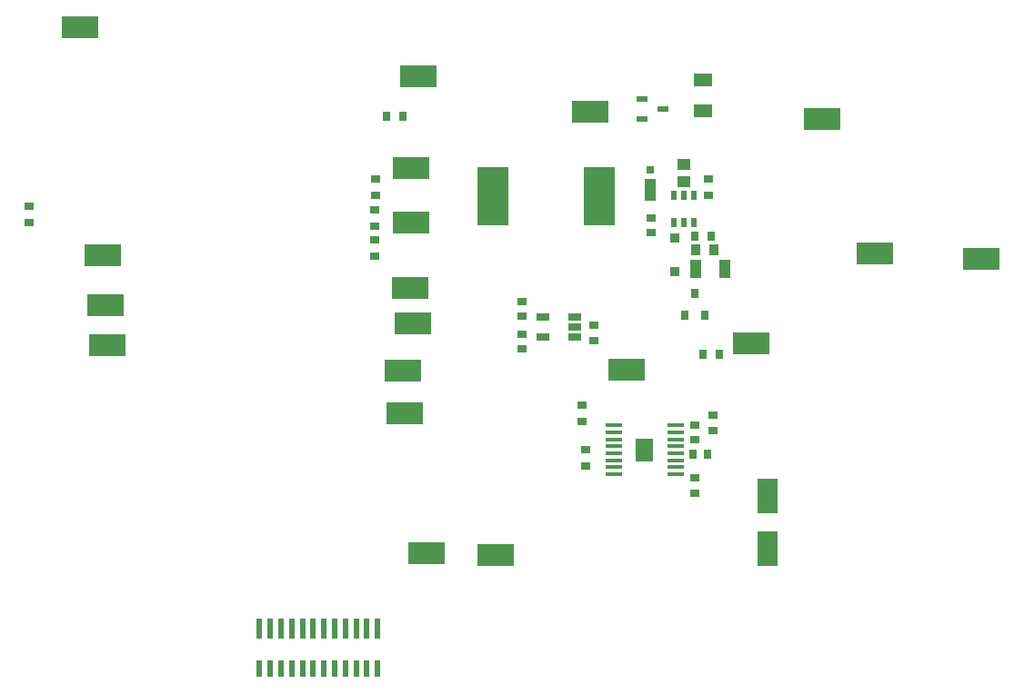
<source format=gbr>
G04*
G04 #@! TF.GenerationSoftware,Altium Limited,Altium Designer,22.4.2 (48)*
G04*
G04 Layer_Color=8421504*
%FSLAX25Y25*%
%MOIN*%
G70*
G04*
G04 #@! TF.SameCoordinates,CF3C407C-0524-4A2E-8B94-90E9F096BC4F*
G04*
G04*
G04 #@! TF.FilePolarity,Positive*
G04*
G01*
G75*
%ADD17R,0.03543X0.02756*%
%ADD18R,0.02756X0.03543*%
%ADD19R,0.13780X0.07874*%
%ADD20R,0.03937X0.02362*%
%ADD21R,0.07087X0.05118*%
%ADD22R,0.03543X0.03150*%
%ADD23R,0.03150X0.03543*%
%ADD24R,0.07284X0.12992*%
G04:AMPARAMS|DCode=25|XSize=25.59mil|YSize=47.24mil|CornerRadius=1.92mil|HoleSize=0mil|Usage=FLASHONLY|Rotation=270.000|XOffset=0mil|YOffset=0mil|HoleType=Round|Shape=RoundedRectangle|*
%AMROUNDEDRECTD25*
21,1,0.02559,0.04341,0,0,270.0*
21,1,0.02175,0.04724,0,0,270.0*
1,1,0.00384,-0.02170,-0.01088*
1,1,0.00384,-0.02170,0.01088*
1,1,0.00384,0.02170,0.01088*
1,1,0.00384,0.02170,-0.01088*
%
%ADD25ROUNDEDRECTD25*%
G04:AMPARAMS|DCode=26|XSize=21.65mil|YSize=31.5mil|CornerRadius=1.95mil|HoleSize=0mil|Usage=FLASHONLY|Rotation=180.000|XOffset=0mil|YOffset=0mil|HoleType=Round|Shape=RoundedRectangle|*
%AMROUNDEDRECTD26*
21,1,0.02165,0.02760,0,0,180.0*
21,1,0.01776,0.03150,0,0,180.0*
1,1,0.00390,-0.00888,0.01380*
1,1,0.00390,0.00888,0.01380*
1,1,0.00390,0.00888,-0.01380*
1,1,0.00390,-0.00888,-0.01380*
%
%ADD26ROUNDEDRECTD26*%
G04:AMPARAMS|DCode=27|XSize=61.81mil|YSize=16.14mil|CornerRadius=2.02mil|HoleSize=0mil|Usage=FLASHONLY|Rotation=0.000|XOffset=0mil|YOffset=0mil|HoleType=Round|Shape=RoundedRectangle|*
%AMROUNDEDRECTD27*
21,1,0.06181,0.01211,0,0,0.0*
21,1,0.05778,0.01614,0,0,0.0*
1,1,0.00404,0.02889,-0.00605*
1,1,0.00404,-0.02889,-0.00605*
1,1,0.00404,-0.02889,0.00605*
1,1,0.00404,0.02889,0.00605*
%
%ADD27ROUNDEDRECTD27*%
%ADD28R,0.03543X0.03937*%
%ADD29R,0.11417X0.21260*%
%ADD30R,0.02362X0.06496*%
%ADD31R,0.02362X0.07284*%
%ADD32R,0.04331X0.07874*%
%ADD33R,0.03150X0.03150*%
%ADD34R,0.03740X0.03543*%
%ADD35R,0.03150X0.03543*%
%ADD36R,0.04331X0.06693*%
%ADD37R,0.05118X0.04331*%
G36*
X247649Y88768D02*
X241350D01*
Y97232D01*
X247649D01*
Y88768D01*
D02*
G37*
D17*
X19000Y182453D02*
D03*
Y176547D02*
D03*
X145999Y186500D02*
D03*
Y192405D02*
D03*
X145499Y175047D02*
D03*
Y180953D02*
D03*
Y164047D02*
D03*
Y169953D02*
D03*
X222999Y87047D02*
D03*
Y92953D02*
D03*
X221499Y109453D02*
D03*
Y103547D02*
D03*
X267999Y186547D02*
D03*
Y192453D02*
D03*
D18*
X271953Y128000D02*
D03*
X266047D02*
D03*
X150046Y215500D02*
D03*
X155952D02*
D03*
X268952Y171500D02*
D03*
X263046D02*
D03*
D19*
X158999Y196500D02*
D03*
Y176500D02*
D03*
X161499Y230000D02*
D03*
X224499Y217000D02*
D03*
X189999Y54500D02*
D03*
X37499Y248000D02*
D03*
X45999Y164500D02*
D03*
X46999Y146000D02*
D03*
X159499Y139500D02*
D03*
X47499Y131500D02*
D03*
X328999Y165000D02*
D03*
X367999Y163000D02*
D03*
X156499Y106500D02*
D03*
X164499Y55000D02*
D03*
X155999Y122000D02*
D03*
X238000Y122500D02*
D03*
X283500Y132000D02*
D03*
X309499Y214500D02*
D03*
X158499Y152500D02*
D03*
D20*
X251436Y218000D02*
D03*
X243562Y214260D02*
D03*
Y221740D02*
D03*
D21*
X265999Y228709D02*
D03*
Y217291D02*
D03*
D22*
X262999Y102256D02*
D03*
Y96744D02*
D03*
X269499Y100244D02*
D03*
Y105756D02*
D03*
X262999Y77244D02*
D03*
Y82756D02*
D03*
X199499Y142000D02*
D03*
Y147512D02*
D03*
Y135500D02*
D03*
Y129988D02*
D03*
X246999Y172744D02*
D03*
Y178256D02*
D03*
X225999Y133244D02*
D03*
Y138756D02*
D03*
D23*
X267755Y91500D02*
D03*
X262243D02*
D03*
D24*
X289499Y56906D02*
D03*
Y76000D02*
D03*
D25*
X207192Y134260D02*
D03*
Y141740D02*
D03*
X218806D02*
D03*
Y138000D02*
D03*
Y134260D02*
D03*
D26*
X255259Y176480D02*
D03*
X258999D02*
D03*
X262739D02*
D03*
Y186520D02*
D03*
X258999D02*
D03*
X255259D02*
D03*
D27*
X233200Y101957D02*
D03*
Y99398D02*
D03*
Y96839D02*
D03*
Y94279D02*
D03*
Y91720D02*
D03*
Y89161D02*
D03*
Y86602D02*
D03*
Y84043D02*
D03*
X255798D02*
D03*
Y86602D02*
D03*
Y89161D02*
D03*
Y91720D02*
D03*
Y94279D02*
D03*
Y96839D02*
D03*
Y99398D02*
D03*
Y101957D02*
D03*
D28*
X263153Y166500D02*
D03*
X269846D02*
D03*
D29*
X189011Y186000D02*
D03*
X227987D02*
D03*
D30*
X146684Y12736D02*
D03*
X142747D02*
D03*
X138810D02*
D03*
X134873D02*
D03*
X130936D02*
D03*
X126999D02*
D03*
X123062D02*
D03*
X119125D02*
D03*
X115188D02*
D03*
X111251D02*
D03*
X107314D02*
D03*
X103377D02*
D03*
D31*
X146684Y27500D02*
D03*
X142747D02*
D03*
X138810D02*
D03*
X134873D02*
D03*
X130936D02*
D03*
X126999D02*
D03*
X123062D02*
D03*
X119125D02*
D03*
X115188D02*
D03*
X111251D02*
D03*
X107314D02*
D03*
X103377D02*
D03*
D32*
X246499Y188441D02*
D03*
D33*
Y195921D02*
D03*
D34*
X255499Y158299D02*
D03*
X255499Y170701D02*
D03*
D35*
X259259Y142563D02*
D03*
X266739D02*
D03*
X262999Y150437D02*
D03*
D36*
X273814Y159500D02*
D03*
X263184D02*
D03*
D37*
X258999Y197650D02*
D03*
Y191350D02*
D03*
M02*

</source>
